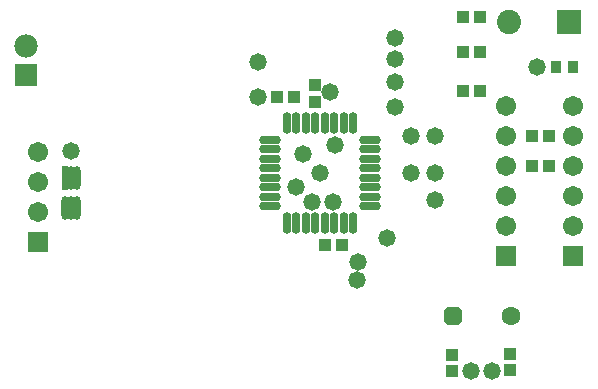
<source format=gbs>
%FSLAX25Y25*%
%MOIN*%
G70*
G01*
G75*
G04 Layer_Color=16711935*
%ADD10R,0.03543X0.03150*%
%ADD11O,0.01181X0.07087*%
%ADD12O,0.07087X0.01181*%
%ADD13R,0.05906X0.05906*%
%ADD14R,0.02756X0.03543*%
%ADD15R,0.03150X0.03543*%
%ADD16R,0.04331X0.02559*%
%ADD17C,0.01000*%
%ADD18C,0.07000*%
%ADD19R,0.07000X0.07000*%
%ADD20R,0.05906X0.05906*%
%ADD21C,0.05906*%
%ADD22C,0.07284*%
%ADD23R,0.07284X0.07284*%
%ADD24C,0.05512*%
G04:AMPARAMS|DCode=25|XSize=55.12mil|YSize=55.12mil|CornerRadius=0mil|HoleSize=0mil|Usage=FLASHONLY|Rotation=0.000|XOffset=0mil|YOffset=0mil|HoleType=Round|Shape=Octagon|*
%AMOCTAGOND25*
4,1,8,0.02756,-0.01378,0.02756,0.01378,0.01378,0.02756,-0.01378,0.02756,-0.02756,0.01378,-0.02756,-0.01378,-0.01378,-0.02756,0.01378,-0.02756,0.02756,-0.01378,0.0*
%
%ADD25OCTAGOND25*%

%ADD26C,0.05000*%
%ADD27C,0.04000*%
G04:AMPARAMS|DCode=28|XSize=100mil|YSize=100mil|CornerRadius=0mil|HoleSize=0mil|Usage=FLASHONLY|Rotation=0.000|XOffset=0mil|YOffset=0mil|HoleType=Round|Shape=Relief|Width=10mil|Gap=10mil|Entries=4|*
%AMTHD28*
7,0,0,0.10000,0.08000,0.01000,45*
%
%ADD28THD28*%
%ADD29C,0.08000*%
%ADD30C,0.07543*%
G04:AMPARAMS|DCode=31|XSize=95.433mil|YSize=95.433mil|CornerRadius=0mil|HoleSize=0mil|Usage=FLASHONLY|Rotation=0.000|XOffset=0mil|YOffset=0mil|HoleType=Round|Shape=Relief|Width=10mil|Gap=10mil|Entries=4|*
%AMTHD31*
7,0,0,0.09543,0.07543,0.01000,45*
%
%ADD31THD31*%
G04:AMPARAMS|DCode=32|XSize=103.307mil|YSize=103.307mil|CornerRadius=0mil|HoleSize=0mil|Usage=FLASHONLY|Rotation=0.000|XOffset=0mil|YOffset=0mil|HoleType=Round|Shape=Relief|Width=10mil|Gap=10mil|Entries=4|*
%AMTHD32*
7,0,0,0.10331,0.08331,0.01000,45*
%
%ADD32THD32*%
%ADD33C,0.08331*%
%ADD34C,0.07150*%
G04:AMPARAMS|DCode=35|XSize=88mil|YSize=88mil|CornerRadius=0mil|HoleSize=0mil|Usage=FLASHONLY|Rotation=0.000|XOffset=0mil|YOffset=0mil|HoleType=Round|Shape=Relief|Width=10mil|Gap=10mil|Entries=4|*
%AMTHD35*
7,0,0,0.08800,0.06800,0.01000,45*
%
%ADD35THD35*%
%ADD36C,0.06800*%
%ADD37O,0.06496X0.02165*%
%ADD38O,0.02165X0.06496*%
%ADD39O,0.01575X0.07087*%
%ADD40R,0.01575X0.07087*%
%ADD41C,0.02362*%
%ADD42C,0.00984*%
%ADD43C,0.00787*%
%ADD44C,0.00961*%
%ADD45C,0.00882*%
%ADD46C,0.00870*%
%ADD47R,0.04343X0.03950*%
%ADD48O,0.01981X0.07887*%
%ADD49O,0.07887X0.01981*%
%ADD50R,0.06706X0.06706*%
%ADD51R,0.03556X0.04343*%
%ADD52R,0.03950X0.04343*%
%ADD53R,0.05131X0.03359*%
%ADD54C,0.07800*%
%ADD55R,0.07800X0.07800*%
%ADD56R,0.06706X0.06706*%
%ADD57C,0.06706*%
%ADD58C,0.08083*%
%ADD59R,0.08083X0.08083*%
%ADD60C,0.06312*%
G04:AMPARAMS|DCode=61|XSize=63.12mil|YSize=63.12mil|CornerRadius=0mil|HoleSize=0mil|Usage=FLASHONLY|Rotation=0.000|XOffset=0mil|YOffset=0mil|HoleType=Round|Shape=Octagon|*
%AMOCTAGOND61*
4,1,8,0.03156,-0.01578,0.03156,0.01578,0.01578,0.03156,-0.01578,0.03156,-0.03156,0.01578,-0.03156,-0.01578,-0.01578,-0.03156,0.01578,-0.03156,0.03156,-0.01578,0.0*
%
%ADD61OCTAGOND61*%

%ADD62C,0.05800*%
%ADD63O,0.07296X0.02965*%
%ADD64O,0.02965X0.07296*%
%ADD65O,0.02375X0.07887*%
%ADD66R,0.02375X0.07887*%
D47*
X204500Y213244D02*
D03*
Y218756D02*
D03*
X269500Y129256D02*
D03*
Y123744D02*
D03*
X250000Y129000D02*
D03*
Y123488D02*
D03*
D51*
X284547Y225000D02*
D03*
X290453D02*
D03*
D52*
X207744Y165500D02*
D03*
X213256D02*
D03*
X253744Y217000D02*
D03*
X259256D02*
D03*
X253744Y230000D02*
D03*
X259256D02*
D03*
X191744Y215000D02*
D03*
X197256D02*
D03*
X253744Y241500D02*
D03*
X259256D02*
D03*
X282256Y192000D02*
D03*
X276744D02*
D03*
X282256Y202000D02*
D03*
X276744D02*
D03*
D54*
X108000Y231921D02*
D03*
D55*
Y222079D02*
D03*
D56*
X112000Y166500D02*
D03*
X268000Y162000D02*
D03*
X290500D02*
D03*
D57*
X112000Y176500D02*
D03*
Y186500D02*
D03*
Y196500D02*
D03*
X268000Y212000D02*
D03*
Y202000D02*
D03*
Y192000D02*
D03*
Y182000D02*
D03*
Y172000D02*
D03*
X290500Y212000D02*
D03*
Y202000D02*
D03*
Y192000D02*
D03*
Y182000D02*
D03*
Y172000D02*
D03*
D58*
X269000Y240000D02*
D03*
D59*
X289000D02*
D03*
D60*
X269606Y142000D02*
D03*
D61*
X250394D02*
D03*
D62*
X198000Y185000D02*
D03*
X231000Y211500D02*
D03*
X228500Y168000D02*
D03*
X209500Y216500D02*
D03*
X236500Y189500D02*
D03*
X185500Y226500D02*
D03*
Y215000D02*
D03*
X231000Y227500D02*
D03*
Y234500D02*
D03*
Y220000D02*
D03*
X244500Y202000D02*
D03*
X236500D02*
D03*
X123000Y197000D02*
D03*
X211000Y199000D02*
D03*
X200500Y196000D02*
D03*
X244500Y180500D02*
D03*
Y189500D02*
D03*
X256500Y123500D02*
D03*
X263500D02*
D03*
X218756Y160000D02*
D03*
X218500Y154000D02*
D03*
X210500Y180000D02*
D03*
X206000Y189500D02*
D03*
X278500Y225000D02*
D03*
X203500Y180000D02*
D03*
D63*
X222535Y178476D02*
D03*
Y181626D02*
D03*
Y184776D02*
D03*
Y187925D02*
D03*
Y191075D02*
D03*
Y194224D02*
D03*
Y197374D02*
D03*
Y200524D02*
D03*
X189465D02*
D03*
Y197374D02*
D03*
Y194224D02*
D03*
Y191075D02*
D03*
Y187925D02*
D03*
Y184776D02*
D03*
Y181626D02*
D03*
Y178476D02*
D03*
D64*
X217024Y206035D02*
D03*
X213874D02*
D03*
X210724D02*
D03*
X207575D02*
D03*
X204425D02*
D03*
X201276D02*
D03*
X198126D02*
D03*
X194976D02*
D03*
Y172965D02*
D03*
X198126D02*
D03*
X201276D02*
D03*
X204425D02*
D03*
X207575D02*
D03*
X210724D02*
D03*
X213874D02*
D03*
X217024D02*
D03*
D65*
X121000Y178000D02*
D03*
X123000D02*
D03*
X125000D02*
D03*
Y188000D02*
D03*
X123000D02*
D03*
D66*
X121000D02*
D03*
M02*

</source>
